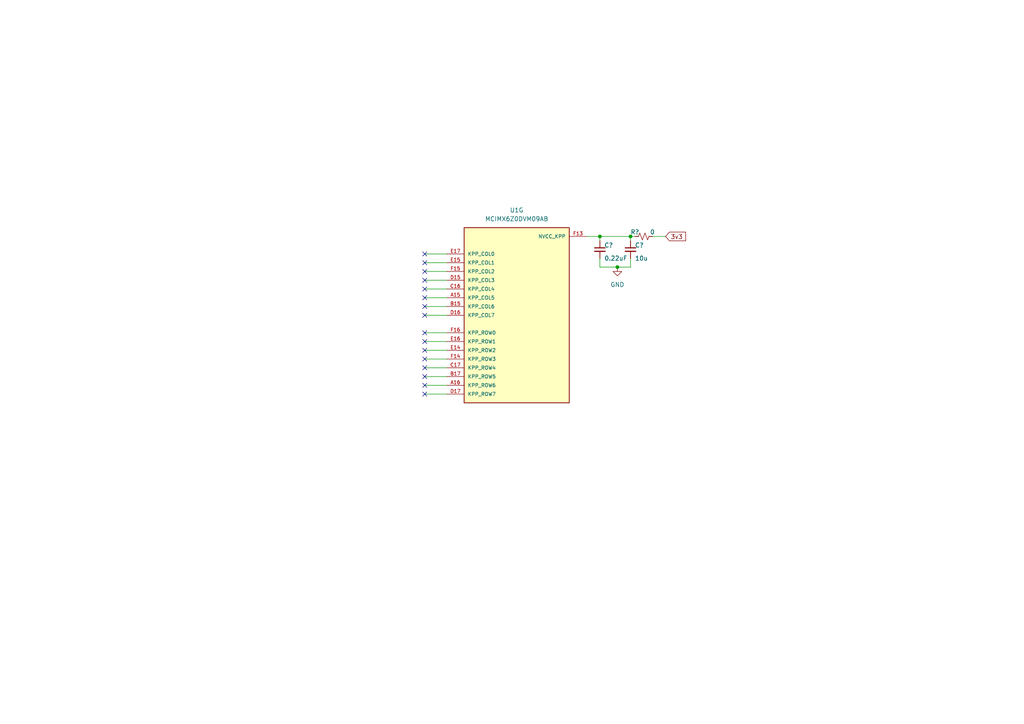
<source format=kicad_sch>
(kicad_sch (version 20211123) (generator eeschema)
  (paper "A4")
  (lib_symbols
    (symbol "Device:C_Small" (pin_numbers hide) (pin_names (offset 0.254) hide)
      (property "Reference" "C" (at 0.254 1.778 0))
      (property "Value" "C_Small" (at 0.254 -2.032 0))
      (symbol "C_Small_0_1"
        (polyline (pts (xy -1.524 -0.508) (xy 1.524 -0.508)) (stroke (width 0.3302)))
        (polyline (pts (xy -1.524 0.508) (xy 1.524 0.508)) (stroke (width 0.3048)))
      )
      (symbol "C_Small_1_1"
        (pin passive line (at 0 2.54 270) (length 2.032) (name "~") (number "1"))
        (pin passive line (at 0 -2.54 90) (length 2.032) (name "~") (number "2"))
      )
    )
    (symbol "Device:R_Small_US" (pin_numbers hide) (pin_names (offset 0.254) hide)
      (property "Reference" "R" (at 0.762 0.508 0))
      (property "Value" "R_Small_US" (at 0.762 -1.016 0))
      (symbol "R_Small_US_1_1"
        (polyline (pts (xy 0 0) (xy 1.016 -0.381) (xy 0 -0.762) (xy -1.016 -1.143) (xy 0 -1.524)))
        (polyline (pts (xy 0 1.524) (xy 1.016 1.143) (xy 0 0.762) (xy -1.016 0.381) (xy 0 0)))
        (pin passive line (at 0 2.54 270) (length 1.016) (name "~") (number "1"))
        (pin passive line (at 0 -2.54 90) (length 1.016) (name "~") (number "2"))
      )
    )
    (symbol "MCIMX6Z0DVM09AB:MCIMX6Z0DVM09AB" (pin_names (offset 1.016))
      (property "Reference" "U" (at -33.02 31.75 0))
      (property "Value" "MCIMX6Z0DVM09AB" (at -33.02 -31.75 0))
      (symbol "MCIMX6Z0DVM09AB_1_0"
        (rectangle (start -33.02 -30.48) (end 33.02 30.48) (stroke (width 0.254)) (fill (type background)))
        (pin input clock (at -38.1 -5.08 0) (length 5.08) (name "I2C2_SCL") (number "F17"))
        (pin bidirectional line (at -38.1 -7.62 0) (length 5.08) (name "I2C2_SDA") (number "G13"))
        (pin power_in line (at 38.1 -27.94 180) (length 5.08) (name "NGND_KEL0") (number "M12"))
        (pin input clock (at 38.1 -10.16 180) (length 5.08) (name "JTAG_TCK") (number "M14"))
        (pin input line (at 38.1 -20.32 180) (length 5.08) (name "JTAG_TRST_B") (number "N14"))
        (pin output line (at 38.1 -15.24 180) (length 5.08) (name "JTAG_TDO") (number "N15"))
        (pin input line (at 38.1 -12.7 180) (length 5.08) (name "JTAG_TDI") (number "N16"))
        (pin input line (at -38.1 17.78 0) (length 5.08) (name "TEST_MODE") (number "N7"))
        (pin power_in line (at 38.1 27.94 180) (length 5.08) (name "NVCC_PLL") (number "P13"))
        (pin input line (at 38.1 -17.78 180) (length 5.08) (name "JTAG_TMS") (number "P14"))
        (pin input line (at 38.1 -7.62 180) (length 5.08) (name "JTAG_MOD") (number "P15"))
        (pin input clock (at -38.1 5.08 0) (length 5.08) (name "CCM_CLK1_N") (number "P16"))
        (pin input clock (at -38.1 2.54 0) (length 5.08) (name "CCM_CLK1_P") (number "P17"))
        (pin input line (at -38.1 20.32 0) (length 5.08) (name "POR_B") (number "P8"))
        (pin bidirectional line (at 38.1 22.86 180) (length 5.08) (name "GPANIO") (number "R13"))
        (pin input line (at -38.1 22.86 0) (length 5.08) (name "ONOFF") (number "R8"))
        (pin input line (at -38.1 12.7 0) (length 5.08) (name "BOOT_MODE0") (number "T10"))
        (pin input line (at -38.1 -20.32 0) (length 5.08) (name "RTC_XTALI") (number "T11"))
        (pin power_in line (at 38.1 5.08 180) (length 5.08) (name "USB_OTG1_VBUS") (number "T12"))
        (pin bidirectional line (at 38.1 2.54 180) (length 5.08) (name "USB_OTG2_DN") (number "T13"))
        (pin bidirectional line (at 38.1 10.16 180) (length 5.08) (name "USB_OTG1_DN") (number "T15"))
        (pin input line (at -38.1 -12.7 0) (length 5.08) (name "XTALI") (number "T16"))
        (pin output line (at -38.1 -15.24 0) (length 5.08) (name "XTALO") (number "T17"))
        (pin output line (at 38.1 17.78 180) (length 5.08) (name "SNVS_PMIC_ON_REQ") (number "T9"))
        (pin input line (at -38.1 10.16 0) (length 5.08) (name "BOOT_MODE1") (number "U10"))
        (pin output line (at -38.1 -22.86 0) (length 5.08) (name "RTC_XTALO") (number "U11"))
        (pin power_in line (at 38.1 -2.54 180) (length 5.08) (name "USB_OTG2_VBUS") (number "U12"))
        (pin bidirectional line (at 38.1 0 180) (length 5.08) (name "USB_OTG2_DP") (number "U13"))
        (pin bidirectional line (at 38.1 7.62 180) (length 5.08) (name "USB_OTG1_DP") (number "U15"))
        (pin bidirectional line (at 38.1 12.7 180) (length 5.08) (name "USB_OTG1_CHD_B") (number "U16"))
        (pin output line (at -38.1 0 0) (length 5.08) (name "CCM_PMIC_STBY_REQ") (number "U9"))
      )
      (symbol "MCIMX6Z0DVM09AB_2_0"
        (rectangle (start -25.4 -48.26) (end 25.4 45.72) (stroke (width 0.254)) (fill (type background)))
        (pin output line (at 30.48 17.78 180) (length 5.08) (name "DRAM_ODT1") (number "F1"))
        (pin output line (at 30.48 -43.18 180) (length 5.08) (name "DRAM_ADDR14") (number "G1"))
        (pin output line (at 30.48 -22.86 180) (length 5.08) (name "DRAM_ADDR06") (number "G2"))
        (pin output line (at 30.48 12.7 180) (length 5.08) (name "DRAM_RESET") (number "G4"))
        (pin power_in line (at 30.48 40.64 180) (length 5.08) (name "NVCC_DRAM") (number "G6"))
        (pin output line (at 30.48 7.62 180) (length 5.08) (name "DRAM_SDBA1") (number "H1"))
        (pin output line (at 30.48 -10.16 180) (length 5.08) (name "DRAM_ADDR01") (number "H2"))
        (pin output line (at 30.48 -40.64 180) (length 5.08) (name "DRAM_ADDR13") (number "H3"))
        (pin output line (at 30.48 -25.4 180) (length 5.08) (name "DRAM_ADDR07") (number "H4"))
        (pin output line (at 30.48 27.94 180) (length 5.08) (name "DRAM_CS1_B") (number "H5"))
        (pin power_in line (at 30.48 40.64 180) (length 5.08) (name "NVCC_DRAM") (number "H6"))
        (pin output line (at 30.48 -2.54 180) (length 5.08) (name "DRAM_SDWE_B") (number "J1"))
        (pin output line (at 30.48 33.02 180) (length 5.08) (name "DRAM_CAS_B") (number "J2"))
        (pin output line (at 30.48 0 180) (length 5.08) (name "DRAM_SDCKE1") (number "J3"))
        (pin output line (at 30.48 -27.94 180) (length 5.08) (name "DRAM_ADDR08") (number "J4"))
        (pin power_in line (at 30.48 40.64 180) (length 5.08) (name "NVCC_DRAM") (number "J6"))
        (pin output line (at 30.48 -12.7 180) (length 5.08) (name "DRAM_ADDR02") (number "K1"))
        (pin output line (at 30.48 5.08 180) (length 5.08) (name "DRAM_SDBA2") (number "K2"))
        (pin output line (at 30.48 -35.56 180) (length 5.08) (name "DRAM_ADDR11") (number "K3"))
        (pin output line (at 30.48 -17.78 180) (length 5.08) (name "DRAM_ADDR04") (number "K4"))
        (pin output line (at 30.48 -45.72 180) (length 5.08) (name "DRAM_ADDR15") (number "K5"))
        (pin power_in line (at 30.48 40.64 180) (length 5.08) (name "NVCC_DRAM") (number "K6"))
        (pin output line (at 30.48 -20.32 180) (length 5.08) (name "DRAM_ADDR05") (number "L1"))
        (pin output line (at 30.48 -30.48 180) (length 5.08) (name "DRAM_ADDR09") (number "L2"))
        (pin output line (at 30.48 -38.1 180) (length 5.08) (name "DRAM_ADDR12") (number "L4"))
        (pin output line (at 30.48 -7.62 180) (length 5.08) (name "DRAM_ADDR00") (number "L5"))
        (pin power_in line (at 30.48 40.64 180) (length 5.08) (name "NVCC_DRAM") (number "L6"))
        (pin output line (at 30.48 10.16 180) (length 5.08) (name "DRAM_SDBA0") (number "M1"))
        (pin output line (at 30.48 -15.24 180) (length 5.08) (name "DRAM_ADDR03") (number "M2"))
        (pin output line (at 30.48 2.54 180) (length 5.08) (name "DRAM_SDCKE0") (number "M3"))
        (pin output line (at 30.48 -33.02 180) (length 5.08) (name "DRAM_ADDR10") (number "M4"))
        (pin output line (at 30.48 15.24 180) (length 5.08) (name "DRAM_RAS_B") (number "M5"))
        (pin power_in line (at 30.48 40.64 180) (length 5.08) (name "NVCC_DRAM") (number "M6"))
        (pin output line (at 30.48 20.32 180) (length 5.08) (name "DRAM_ODT0") (number "N1"))
        (pin output line (at 30.48 30.48 180) (length 5.08) (name "DRAM_CS0_B") (number "N2"))
        (pin input line (at -30.48 10.16 0) (length 5.08) (name "DRAM_ZQPAD") (number "N4"))
        (pin power_in line (at 30.48 38.1 180) (length 5.08) (name "NVCC_DRAM_2P5") (number "N6"))
        (pin input clock (at -30.48 30.48 0) (length 5.08) (name "DRAM_SDCLK0_P") (number "P1"))
        (pin input clock (at -30.48 33.02 0) (length 5.08) (name "DRAM_SDCLK0_N") (number "P2"))
        (pin input line (at -30.48 -40.64 0) (length 5.08) (name "DRAM_DATA13") (number "P3"))
        (pin power_in line (at 30.48 43.18 180) (length 5.08) (name "DRAM_VREF") (number "P4"))
        (pin input line (at -30.48 -38.1 0) (length 5.08) (name "DRAM_DATA12") (number "P5"))
        (pin input line (at -30.48 25.4 0) (length 5.08) (name "DRAM_SDQS0_P") (number "P6"))
        (pin input line (at -30.48 22.86 0) (length 5.08) (name "DRAM_SDQS0_N") (number "P7"))
        (pin input line (at -30.48 -45.72 0) (length 5.08) (name "DRAM_DATA15") (number "R1"))
        (pin input line (at -30.48 -43.18 0) (length 5.08) (name "DRAM_DATA14") (number "R2"))
        (pin input line (at -30.48 -35.56 0) (length 5.08) (name "DRAM_DATA11") (number "R4"))
        (pin input line (at -30.48 17.78 0) (length 5.08) (name "DRAM_SDQS1_P") (number "T1"))
        (pin input line (at -30.48 15.24 0) (length 5.08) (name "DRAM_SDQS1_N") (number "T2"))
        (pin output line (at 30.48 22.86 180) (length 5.08) (name "DRAM_DQM1") (number "T3"))
        (pin input line (at -30.48 -7.62 0) (length 5.08) (name "DRAM_DATA00") (number "T4"))
        (pin input line (at -30.48 -22.86 0) (length 5.08) (name "DRAM_DATA06") (number "T5"))
        (pin input line (at -30.48 -12.7 0) (length 5.08) (name "DRAM_DATA02") (number "T6"))
        (pin output line (at 30.48 25.4 180) (length 5.08) (name "DRAM_DQM0") (number "T7"))
        (pin input line (at -30.48 -20.32 0) (length 5.08) (name "DRAM_DATA05") (number "T8"))
        (pin input line (at -30.48 -27.94 0) (length 5.08) (name "DRAM_DATA08") (number "U2"))
        (pin input line (at -30.48 -30.48 0) (length 5.08) (name "DRAM_DATA09") (number "U3"))
        (pin input line (at -30.48 -25.4 0) (length 5.08) (name "DRAM_DATA07") (number "U4"))
        (pin input line (at -30.48 -33.02 0) (length 5.08) (name "DRAM_DATA10") (number "U5"))
        (pin input line (at -30.48 -10.16 0) (length 5.08) (name "DRAM_DATA01") (number "U6"))
        (pin input line (at -30.48 -15.24 0) (length 5.08) (name "DRAM_DATA03") (number "U7"))
        (pin input line (at -30.48 -17.78 0) (length 5.08) (name "DRAM_DATA04") (number "U8"))
      )
      (symbol "MCIMX6Z0DVM09AB_3_0"
        (rectangle (start -20.32 -55.88) (end 20.32 55.88) (stroke (width 0.254)) (fill (type background)))
        (pin bidirectional line (at -25.4 -10.16 0) (length 5.08) (name "GPIO3_IO11") (number "A10"))
        (pin bidirectional line (at -25.4 -17.78 0) (length 5.08) (name "GPIO3_IO14") (number "A11"))
        (pin bidirectional line (at -25.4 -30.48 0) (length 5.08) (name "GPIO3_IO19") (number "A12"))
        (pin bidirectional line (at -25.4 -40.64 0) (length 5.08) (name "GPIO3_IO23") (number "A13"))
        (pin bidirectional line (at -25.4 -50.8 0) (length 5.08) (name "GPIO3_IO27") (number "A14"))
        (pin bidirectional line (at -25.4 17.78 0) (length 5.08) (name "GPIO3_IO00") (number "A8"))
        (pin bidirectional line (at -25.4 2.54 0) (length 5.08) (name "GPIO3_IO06") (number "A9"))
        (pin bidirectional line (at -25.4 -7.62 0) (length 5.08) (name "GPIO3_IO10") (number "B10"))
        (pin bidirectional line (at -25.4 -15.24 0) (length 5.08) (name "GPIO3_IO13") (number "B11"))
        (pin bidirectional line (at -25.4 -27.94 0) (length 5.08) (name "GPIO3_IO18") (number "B12"))
        (pin bidirectional line (at -25.4 -38.1 0) (length 5.08) (name "GPIO3_IO22") (number "B13"))
        (pin bidirectional line (at -25.4 -48.26 0) (length 5.08) (name "GPIO3_IO26") (number "B14"))
        (pin bidirectional line (at -25.4 -53.34 0) (length 5.08) (name "GPIO3_IO28") (number "B16"))
        (pin bidirectional line (at -25.4 15.24 0) (length 5.08) (name "GPIO3_IO01") (number "B8"))
        (pin bidirectional line (at -25.4 5.08 0) (length 5.08) (name "GPIO3_IO05") (number "B9"))
        (pin bidirectional line (at -25.4 -5.08 0) (length 5.08) (name "GPIO3_IO09") (number "C10"))
        (pin bidirectional line (at -25.4 -25.4 0) (length 5.08) (name "GPIO3_IO17") (number "C12"))
        (pin bidirectional line (at -25.4 -35.56 0) (length 5.08) (name "GPIO3_IO21") (number "C13"))
        (pin bidirectional line (at -25.4 -45.72 0) (length 5.08) (name "GPIO3_IO25") (number "C14"))
        (pin bidirectional line (at -25.4 10.16 0) (length 5.08) (name "GPIO3_IO03") (number "C9"))
        (pin bidirectional line (at -25.4 -2.54 0) (length 5.08) (name "GPIO3_IO08") (number "D10"))
        (pin bidirectional line (at -25.4 -12.7 0) (length 5.08) (name "GPIO3_IO12") (number "D11"))
        (pin bidirectional line (at -25.4 -22.86 0) (length 5.08) (name "GPIO3_IO16") (number "D12"))
        (pin bidirectional line (at -25.4 -33.02 0) (length 5.08) (name "GPIO3_IO20") (number "D13"))
        (pin bidirectional line (at -25.4 -43.18 0) (length 5.08) (name "GPIO3_IO24") (number "D14"))
        (pin bidirectional line (at -25.4 12.7 0) (length 5.08) (name "GPIO3_IO02") (number "D9"))
        (pin bidirectional line (at -25.4 0 0) (length 5.08) (name "GPIO3_IO07") (number "E10"))
        (pin bidirectional line (at -25.4 -20.32 0) (length 5.08) (name "GPIO3_IO15") (number "E12"))
        (pin power_in line (at 25.4 50.8 180) (length 5.08) (name "NVCC_GPIO3") (number "E13"))
        (pin bidirectional line (at -25.4 7.62 0) (length 5.08) (name "GPIO3_IO04") (number "E9"))
        (pin power_in line (at 25.4 53.34 180) (length 5.08) (name "NVCC_GPIO") (number "J13"))
        (pin bidirectional line (at -25.4 45.72 0) (length 5.08) (name "GPIO1_IO00") (number "K13"))
        (pin bidirectional line (at -25.4 30.48 0) (length 5.08) (name "GPIO1_IO06") (number "K17"))
        (pin bidirectional line (at -25.4 40.64 0) (length 5.08) (name "GPIO1_IO02") (number "L14"))
        (pin bidirectional line (at -25.4 43.18 0) (length 5.08) (name "GPIO1_IO01") (number "L15"))
        (pin bidirectional line (at -25.4 27.94 0) (length 5.08) (name "GPIO1_IO07") (number "L16"))
        (pin bidirectional line (at -25.4 38.1 0) (length 5.08) (name "GPIO1_IO03") (number "L17"))
        (pin bidirectional line (at -25.4 22.86 0) (length 5.08) (name "GPIO1_IO09") (number "M15"))
        (pin bidirectional line (at -25.4 35.56 0) (length 5.08) (name "GPIO1_IO04") (number "M16"))
        (pin bidirectional line (at -25.4 33.02 0) (length 5.08) (name "GPIO1_IO05") (number "M17"))
        (pin bidirectional line (at 25.4 27.94 180) (length 5.08) (name "GPIO5_IO07") (number "N10"))
        (pin bidirectional line (at 25.4 30.48 180) (length 5.08) (name "GPIO5_IO06") (number "N11"))
        (pin bidirectional line (at -25.4 25.4 0) (length 5.08) (name "GPIO1_IO08") (number "N17"))
        (pin bidirectional line (at 25.4 33.02 180) (length 5.08) (name "GPIO5_IO05") (number "N8"))
        (pin bidirectional line (at 25.4 25.4 180) (length 5.08) (name "GPIO5_IO08") (number "N9"))
        (pin bidirectional line (at 25.4 38.1 180) (length 5.08) (name "GPIO5_IO03") (number "P10"))
        (pin bidirectional line (at 25.4 40.64 180) (length 5.08) (name "GPIO5_IO02") (number "P11"))
        (pin bidirectional line (at 25.4 35.56 180) (length 5.08) (name "GPIO5_IO04") (number "P9"))
        (pin bidirectional line (at 25.4 45.72 180) (length 5.08) (name "GPIO5_IO00") (number "R10"))
        (pin bidirectional line (at 25.4 22.86 180) (length 5.08) (name "GPIO5_IO09") (number "R6"))
        (pin bidirectional line (at 25.4 43.18 180) (length 5.08) (name "GPIO5_IO01") (number "R9"))
      )
      (symbol "MCIMX6Z0DVM09AB_4_0"
        (rectangle (start -25.4 -25.4) (end 25.4 25.4) (stroke (width 0.254)) (fill (type background)))
        (pin input line (at -30.48 -10.16 0) (length 5.08) (name "UART3_RTS_B") (number "G14"))
        (pin output line (at -30.48 -20.32 0) (length 5.08) (name "UART4_RX_DATA") (number "G16"))
        (pin input line (at -30.48 -22.86 0) (length 5.08) (name "UART4_TX_DATA") (number "G17"))
        (pin power_in line (at 30.48 22.86 180) (length 5.08) (name "NVCC_UART") (number "H13"))
        (pin input line (at -30.48 2.54 0) (length 5.08) (name "UART2_RTS_B") (number "H14"))
        (pin input line (at -30.48 -7.62 0) (length 5.08) (name "UART3_CTS_B") (number "H15"))
        (pin output line (at -30.48 -12.7 0) (length 5.08) (name "UART3_RX_DATA") (number "H16"))
        (pin input line (at -30.48 -15.24 0) (length 5.08) (name "UART3_TX_DATA") (number "H17"))
        (pin input line (at -30.48 15.24 0) (length 5.08) (name "UART1_RTS_B") (number "J14"))
        (pin input line (at -30.48 5.08 0) (length 5.08) (name "UART2_CTS_B") (number "J15"))
        (pin output line (at -30.48 0 0) (length 5.08) (name "UART2_RX_DATA") (number "J16"))
        (pin input line (at -30.48 -2.54 0) (length 5.08) (name "UART2_TX_DATA") (number "J17"))
        (pin input line (at -30.48 10.16 0) (length 5.08) (name "UART1_TX_DATA") (number "K14"))
        (pin input line (at -30.48 17.78 0) (length 5.08) (name "UART1_CTS_B") (number "K15"))
        (pin output line (at -30.48 12.7 0) (length 5.08) (name "UART1_RX_DATA") (number "K16"))
      )
      (symbol "MCIMX6Z0DVM09AB_5_0"
        (rectangle (start -22.86 -27.94) (end 22.86 25.4) (stroke (width 0.254)) (fill (type background)))
        (pin input line (at -27.94 2.54 0) (length 5.08) (name "NAND_READY_B") (number "A3"))
        (pin input line (at -27.94 10.16 0) (length 5.08) (name "NAND_CLE") (number "A4"))
        (pin bidirectional line (at -27.94 -25.4 0) (length 5.08) (name "NAND_DATA07") (number "A5"))
        (pin bidirectional line (at -27.94 -22.86 0) (length 5.08) (name "NAND_DATA06") (number "A6"))
        (pin bidirectional line (at -27.94 -12.7 0) (length 5.08) (name "NAND_DATA02") (number "A7"))
        (pin input line (at -27.94 17.78 0) (length 5.08) (name "NAND_ALE") (number "B4"))
        (pin input line (at -27.94 12.7 0) (length 5.08) (name "NAND_CE1_B") (number "B5"))
        (pin bidirectional line (at -27.94 -20.32 0) (length 5.08) (name "NAND_DATA05") (number "B6"))
        (pin bidirectional line (at -27.94 -10.16 0) (length 5.08) (name "NAND_DATA01") (number "B7"))
        (pin input line (at -27.94 15.24 0) (length 5.08) (name "NAND_CE0_B") (number "C5"))
        (pin bidirectional line (at -27.94 -17.78 0) (length 5.08) (name "NAND_DATA04") (number "C6"))
        (pin input line (at -27.94 0 0) (length 5.08) (name "NAND_WE_B") (number "C8"))
        (pin input line (at -27.94 -2.54 0) (length 5.08) (name "NAND_WP_B") (number "D5"))
        (pin bidirectional line (at -27.94 -15.24 0) (length 5.08) (name "NAND_DATA03") (number "D6"))
        (pin bidirectional line (at -27.94 -7.62 0) (length 5.08) (name "NAND_DATA00") (number "D7"))
        (pin input line (at -27.94 5.08 0) (length 5.08) (name "NAND_RE_B") (number "D8"))
        (pin input line (at -27.94 7.62 0) (length 5.08) (name "NAND_DQS") (number "E6"))
        (pin power_in line (at 27.94 22.86 180) (length 5.08) (name "NVCC_NAND") (number "E7"))
      )
      (symbol "MCIMX6Z0DVM09AB_6_0"
        (rectangle (start -17.78 -27.94) (end 17.78 30.48) (stroke (width 0.254)) (fill (type background)))
        (pin bidirectional line (at -22.86 7.62 0) (length 5.08) (name "SD1_DATA3") (number "A2"))
        (pin bidirectional line (at -22.86 10.16 0) (length 5.08) (name "SD1_DATA2") (number "B1"))
        (pin bidirectional line (at -22.86 12.7 0) (length 5.08) (name "SD1_DATA1") (number "B2"))
        (pin bidirectional line (at -22.86 15.24 0) (length 5.08) (name "SD1_DATA0") (number "B3"))
        (pin input clock (at -22.86 20.32 0) (length 5.08) (name "SD1_CLK") (number "C1"))
        (pin input line (at -22.86 17.78 0) (length 5.08) (name "SD1_CMD") (number "C2"))
        (pin power_in line (at 22.86 27.94 180) (length 5.08) (name "NVCC_SD1") (number "C4"))
        (pin bidirectional line (at -22.86 -25.4 0) (length 5.08) (name "SD2_DATA7") (number "D1"))
        (pin bidirectional line (at -22.86 -22.86 0) (length 5.08) (name "SD2_DATA6") (number "D2"))
        (pin bidirectional line (at -22.86 -20.32 0) (length 5.08) (name "SD2_DATA5") (number "D3"))
        (pin bidirectional line (at -22.86 -17.78 0) (length 5.08) (name "SD2_DATA4") (number "D4"))
        (pin bidirectional line (at -22.86 -15.24 0) (length 5.08) (name "SD2_DATA3") (number "E1"))
        (pin bidirectional line (at -22.86 -12.7 0) (length 5.08) (name "SD2_DATA2") (number "E2"))
        (pin bidirectional line (at -22.86 -10.16 0) (length 5.08) (name "SD2_DATA1") (number "E3"))
        (pin bidirectional line (at -22.86 -7.62 0) (length 5.08) (name "SD2_DATA0") (number "E4"))
        (pin input line (at -22.86 -5.08 0) (length 5.08) (name "SD2_WP") (number "E5"))
        (pin input clock (at -22.86 0 0) (length 5.08) (name "SD2_CLK") (number "F2"))
        (pin input line (at -22.86 -2.54 0) (length 5.08) (name "SD2_CMD") (number "F3"))
        (pin power_in line (at 22.86 25.4 180) (length 5.08) (name "NVCC_SD2") (number "F4"))
        (pin input line (at -22.86 2.54 0) (length 5.08) (name "SD2_CD_B") (number "F5"))
      )
      (symbol "MCIMX6Z0DVM09AB_7_0"
        (rectangle (start -15.24 -25.4) (end 15.24 25.4) (stroke (width 0.254)) (fill (type background)))
        (pin input line (at -20.32 5.08 0) (length 5.08) (name "KPP_COL5") (number "A15"))
        (pin input line (at -20.32 -20.32 0) (length 5.08) (name "KPP_ROW6") (number "A16"))
        (pin input line (at -20.32 2.54 0) (length 5.08) (name "KPP_COL6") (number "B15"))
        (pin input line (at -20.32 -17.78 0) (length 5.08) (name "KPP_ROW5") (number "B17"))
        (pin input line (at -20.32 7.62 0) (length 5.08) (name "KPP_COL4") (number "C16"))
        (pin input line (at -20.32 -15.24 0) (length 5.08) (name "KPP_ROW4") (number "C17"))
        (pin input line (at -20.32 10.16 0) (length 5.08) (name "KPP_COL3") (number "D15"))
        (pin input line (at -20.32 0 0) (length 5.08) (name "KPP_COL7") (number "D16"))
        (pin input line (at -20.32 -22.86 0) (length 5.08) (name "KPP_ROW7") (number "D17"))
        (pin input line (at -20.32 -10.16 0) (length 5.08) (name "KPP_ROW2") (number "E14"))
        (pin input line (at -20.32 15.24 0) (length 5.08) (name "KPP_COL1") (number "E15"))
        (pin input line (at -20.32 -7.62 0) (length 5.08) (name "KPP_ROW1") (number "E16"))
        (pin input line (at -20.32 17.78 0) (length 5.08) (name "KPP_COL0") (number "E17"))
        (pin power_in line (at 20.32 22.86 180) (length 5.08) (name "NVCC_KPP") (number "F13"))
        (pin input line (at -20.32 -12.7 0) (length 5.08) (name "KPP_ROW3") (number "F14"))
        (pin input line (at -20.32 12.7 0) (length 5.08) (name "KPP_COL2") (number "F15"))
        (pin input line (at -20.32 -5.08 0) (length 5.08) (name "KPP_ROW0") (number "F16"))
      )
      (symbol "MCIMX6Z0DVM09AB_8_0"
        (rectangle (start -12.7 -20.32) (end 12.7 17.78) (stroke (width 0.254)) (fill (type background)))
        (pin power_in line (at 17.78 -7.62 180) (length 5.08) (name "VSS") (number "A1"))
        (pin power_in line (at 17.78 -7.62 180) (length 5.08) (name "VSS") (number "A17"))
        (pin power_in line (at 17.78 -7.62 180) (length 5.08) (name "VSS") (number "C11"))
        (pin power_in line (at 17.78 -7.62 180) (length 5.08) (name "VSS") (number "C15"))
        (pin power_in line (at 17.78 -7.62 180) (length 5.08) (name "VSS") (number "C3"))
        (pin power_in line (at 17.78 -7.62 180) (length 5.08) (name "VSS") (number "C7"))
        (pin power_in line (at 17.78 -7.62 180) (length 5.08) (name "VSS") (number "E11"))
        (pin power_in line (at 17.78 -7.62 180) (length 5.08) (name "VSS") (number "E8"))
        (pin power_in line (at 17.78 -10.16 180) (length 5.08) (name "VSS_1") (number "F10"))
        (pin power_in line (at 17.78 -10.16 180) (length 5.08) (name "VSS_1") (number "F11"))
        (pin power_in line (at 17.78 -10.16 180) (length 5.08) (name "VSS_1") (number "F12"))
        (pin power_in line (at 17.78 -7.62 180) (length 5.08) (name "VSS") (number "F6"))
        (pin power_in line (at 17.78 -7.62 180) (length 5.08) (name "VSS") (number "F7"))
        (pin power_in line (at 17.78 -10.16 180) (length 5.08) (name "VSS_1") (number "F8"))
        (pin power_in line (at 17.78 -10.16 180) (length 5.08) (name "VSS_1") (number "F9"))
        (pin power_in line (at 17.78 15.24 180) (length 5.08) (name "VDD_ARM_CAP") (number "G10"))
        (pin power_in line (at 17.78 15.24 180) (length 5.08) (name "VDD_ARM_CAP") (number "G11"))
        (pin power_in line (at 17.78 -10.16 180) (length 5.08) (name "VSS_1") (number "G12"))
        (pin power_in line (at 17.78 -10.16 180) (length 5.08) (name "VSS_1") (number "G15"))
        (pin power_in line (at 17.78 -10.16 180) (length 5.08) (name "VSS_1") (number "G3"))
        (pin power_in line (at 17.78 -10.16 180) (length 5.08) (name "VSS_1") (number "G5"))
        (pin power_in line (at 17.78 -10.16 180) (length 5.08) (name "VSS_1") (number "G7"))
        (pin power_in line (at 17.78 2.54 180) (length 5.08) (name "VDD_SOC_CAP") (number "G8"))
        (pin power_in line (at 17.78 15.24 180) (length 5.08) (name "VDD_ARM_CAP") (number "G9"))
        (pin power_in line (at 17.78 0 180) (length 5.08) (name "VDD_SOC_IN") (number "H10"))
        (pin power_in line (at 17.78 15.24 180) (length 5.08) (name "VDD_ARM_CAP") (number "H11"))
        (pin power_in line (at 17.78 -12.7 180) (length 5.08) (name "VSS_2") (number "H12"))
        (pin power_in line (at 17.78 -12.7 180) (length 5.08) (name "VSS_2") (number "H7"))
        (pin power_in line (at 17.78 2.54 180) (length 5.08) (name "VDD_SOC_CAP") (number "H8"))
        (pin power_in line (at 17.78 0 180) (length 5.08) (name "VDD_SOC_IN") (number "H9"))
        (pin power_in line (at 17.78 0 180) (length 5.08) (name "VDD_SOC_IN") (number "J10"))
        (pin power_in line (at 17.78 2.54 180) (length 5.08) (name "VDD_SOC_CAP") (number "J11"))
        (pin power_in line (at 17.78 -12.7 180) (length 5.08) (name "VSS_2") (number "J12"))
        (pin power_in line (at 17.78 -12.7 180) (length 5.08) (name "VSS_2") (number "J5"))
        (pin power_in line (at 17.78 -12.7 180) (length 5.08) (name "VSS_2") (number "J7"))
        (pin power_in line (at 17.78 2.54 180) (length 5.08) (name "VDD_SOC_CAP") (number "J8"))
        (pin power_in line (at 17.78 0 180) (length 5.08) (name "VDD_SOC_IN") (number "J9"))
        (pin power_in line (at 17.78 0 180) (length 5.08) (name "VDD_SOC_IN") (number "K10"))
        (pin power_in line (at 17.78 2.54 180) (length 5.08) (name "VDD_SOC_CAP") (number "K11"))
        (pin power_in line (at 17.78 -12.7 180) (length 5.08) (name "VSS_2") (number "K12"))
        (pin power_in line (at 17.78 -12.7 180) (length 5.08) (name "VSS_2") (number "K7"))
        (pin power_in line (at 17.78 2.54 180) (length 5.08) (name "VDD_SOC_CAP") (number "K8"))
        (pin power_in line (at 17.78 0 180) (length 5.08) (name "VDD_SOC_IN") (number "K9"))
        (pin power_in line (at 17.78 2.54 180) (length 5.08) (name "VDD_SOC_CAP") (number "L10"))
        (pin power_in line (at 17.78 2.54 180) (length 5.08) (name "VDD_SOC_CAP") (number "L11"))
        (pin power_in line (at 17.78 -12.7 180) (length 5.08) (name "VSS_2") (number "L12"))
        (pin power_in line (at 17.78 10.16 180) (length 5.08) (name "VDD_HIGH_IN") (number "L13"))
        (pin power_in line (at 17.78 -12.7 180) (length 5.08) (name "VSS_2") (number "L3"))
        (pin power_in line (at 17.78 -12.7 180) (length 5.08) (name "VSS_2") (number "L7"))
        (pin power_in line (at 17.78 2.54 180) (length 5.08) (name "VDD_SOC_CAP") (number "L8"))
        (pin power_in line (at 17.78 2.54 180) (length 5.08) (name "VDD_SOC_CAP") (number "L9"))
        (pin power_in line (at 17.78 -15.24 180) (length 5.08) (name "VSS_3") (number "M10"))
        (pin power_in line (at 17.78 -15.24 180) (length 5.08) (name "VSS_3") (number "M11"))
        (pin power_in line (at 17.78 10.16 180) (length 5.08) (name "VDD_HIGH_IN") (number "M13"))
        (pin power_in line (at 17.78 -15.24 180) (length 5.08) (name "VSS_3") (number "M7"))
        (pin power_in line (at 17.78 -15.24 180) (length 5.08) (name "VSS_3") (number "M8"))
        (pin power_in line (at 17.78 -15.24 180) (length 5.08) (name "VSS_3") (number "M9"))
        (pin power_in line (at 17.78 7.62 180) (length 5.08) (name "VDD_SNVS_CAP") (number "N12"))
        (pin power_in line (at 17.78 10.16 180) (length 5.08) (name "VDD_HIGH_IN") (number "N13"))
        (pin power_in line (at 17.78 -15.24 180) (length 5.08) (name "VSS_3") (number "N3"))
        (pin power_in line (at 17.78 -15.24 180) (length 5.08) (name "VSS_3") (number "N5"))
        (pin power_in line (at 17.78 5.08 180) (length 5.08) (name "VDD_SNVS_IN") (number "P12"))
        (pin power_in line (at 17.78 -17.78 180) (length 5.08) (name "VSS_4") (number "R11"))
        (pin power_in line (at 17.78 -2.54 180) (length 5.08) (name "VDD_USB_CAP") (number "R12"))
        (pin power_in line (at 17.78 12.7 180) (length 5.08) (name "VDD_HIGH_CAP") (number "R14"))
        (pin power_in line (at 17.78 12.7 180) (length 5.08) (name "VDD_HIGH_CAP") (number "R15"))
        (pin power_in line (at 17.78 -17.78 180) (length 5.08) (name "VSS_4") (number "R16"))
        (pin power_in line (at 17.78 -17.78 180) (length 5.08) (name "VSS_4") (number "R17"))
        (pin power_in line (at 17.78 -15.24 180) (length 5.08) (name "VSS_3") (number "R3"))
        (pin power_in line (at 17.78 -15.24 180) (length 5.08) (name "VSS_3") (number "R5"))
        (pin power_in line (at 17.78 -15.24 180) (length 5.08) (name "VSS_3") (number "R7"))
        (pin power_in line (at 17.78 -17.78 180) (length 5.08) (name "VSS_4") (number "T14"))
        (pin power_in line (at 17.78 -17.78 180) (length 5.08) (name "VSS_4") (number "U1"))
        (pin power_in line (at 17.78 -17.78 180) (length 5.08) (name "VSS_4") (number "U14"))
        (pin power_in line (at 17.78 -17.78 180) (length 5.08) (name "VSS_4") (number "U17"))
      )
    )
    (symbol "power:GND" (power) (pin_names (offset 0))
      (property "Value" "GND" (at 0 -3.81 0))
      (symbol "GND_0_1"
        (polyline (pts (xy 0 0) (xy 0 -1.27) (xy 1.27 -1.27) (xy 0 -2.54) (xy -1.27 -1.27) (xy 0 -1.27)))
      )
      (symbol "GND_1_1"
        (pin power_in line (at 0 0 270) (length 0) hide (name "GND") (number "1"))
      )
    )
  )
  (junction (at 179.07 77.47))
  (junction (at 182.88 68.58))
  (junction (at 173.99 68.58))
  (no_connect (at 123.19 101.6))
  (no_connect (at 123.19 91.44))
  (no_connect (at 123.19 86.36))
  (no_connect (at 123.19 88.9))
  (no_connect (at 123.19 109.22))
  (no_connect (at 123.19 111.76))
  (no_connect (at 123.19 114.3))
  (no_connect (at 123.19 83.82))
  (no_connect (at 123.19 96.52))
  (no_connect (at 123.19 81.28))
  (no_connect (at 123.19 73.66))
  (no_connect (at 123.19 76.2))
  (no_connect (at 123.19 78.74))
  (no_connect (at 123.19 104.14))
  (no_connect (at 123.19 99.06))
  (no_connect (at 123.19 106.68))
  (wire (pts (xy 123.19 111.76) (xy 129.54 111.76)))
  (wire (pts (xy 123.19 88.9) (xy 129.54 88.9)))
  (wire (pts (xy 123.19 81.28) (xy 129.54 81.28)))
  (wire (pts (xy 173.99 74.93) (xy 173.99 77.47)))
  (wire (pts (xy 123.19 78.74) (xy 129.54 78.74)))
  (wire (pts (xy 123.19 73.66) (xy 129.54 73.66)))
  (wire (pts (xy 173.99 68.58) (xy 173.99 69.85)))
  (wire (pts (xy 170.18 68.58) (xy 173.99 68.58)))
  (wire (pts (xy 173.99 77.47) (xy 179.07 77.47)))
  (wire (pts (xy 179.07 77.47) (xy 182.88 77.47)))
  (wire (pts (xy 123.19 109.22) (xy 129.54 109.22)))
  (wire (pts (xy 182.88 74.93) (xy 182.88 77.47)))
  (wire (pts (xy 123.19 99.06) (xy 129.54 99.06)))
  (wire (pts (xy 123.19 114.3) (xy 129.54 114.3)))
  (wire (pts (xy 123.19 83.82) (xy 129.54 83.82)))
  (wire (pts (xy 123.19 96.52) (xy 129.54 96.52)))
  (wire (pts (xy 123.19 86.36) (xy 129.54 86.36)))
  (wire (pts (xy 189.23 68.58) (xy 193.04 68.58)))
  (wire (pts (xy 123.19 106.68) (xy 129.54 106.68)))
  (wire (pts (xy 123.19 104.14) (xy 129.54 104.14)))
  (wire (pts (xy 182.88 68.58) (xy 182.88 69.85)))
  (wire (pts (xy 123.19 91.44) (xy 129.54 91.44)))
  (wire (pts (xy 123.19 76.2) (xy 129.54 76.2)))
  (wire (pts (xy 123.19 101.6) (xy 129.54 101.6)))
  (wire (pts (xy 182.88 68.58) (xy 184.15 68.58)))
  (wire (pts (xy 173.99 68.58) (xy 182.88 68.58)))
  (global_label "3v3" (shape input) (at 193.04 68.58 0) (property "Intersheet References" "${INTERSHEET_REFS}" (effects hide)))
  (symbol (lib_id "MCIMX6Z0DVM09AB:MCIMX6Z0DVM09AB") (at 149.86 91.44 0) (unit 7)
    (property "Reference" "U1" (at 149.86 60.96 0))
    (property "Value" "MCIMX6Z0DVM09AB" (at 149.86 63.5 0))
    (property "Footprint" "mb_nxp_mcu_mpu:BGA289C80P17X17_1400X1400X132" (effects hide))
    (property "PARTREV" "0" (effects hide))
    (property "STANDARD" "IPC 7351B" (effects hide))
    (property "SNAPEDA_PN" "MCIMX6Z0DVM09AB" (effects hide))
    (property "MAXIMUM_PACKAGE_HEIGHT" "1.32mm" (effects hide))
    (property "MANUFACTURER" "NXP" (effects hide))
  )
  (symbol (lib_id "Device:C_Small") (at 182.88 72.39 0) (unit 1)
    (property "Reference" "C?" (at 184.15 71.12 0) (effects (justify left)))
    (property "Value" "10u" (at 184.15 74.93 0) (effects (justify left)))
  )
  (symbol (lib_id "Device:R_Small_US") (at 186.69 68.58 90) (unit 1)
    (property "Reference" "R?" (at 184.15 67.31 90))
    (property "Value" "0" (at 189.23 67.31 90))
  )
  (symbol (lib_id "Device:C_Small") (at 173.99 72.39 0) (unit 1)
    (property "Reference" "C?" (at 175.26 71.12 0) (effects (justify left)))
    (property "Value" "0.22uF" (at 175.26 74.93 0) (effects (justify left)))
  )
  (symbol (lib_id "power:GND") (at 179.07 77.47 0) (unit 1)
    (property "Reference" "#PWR?" (effects hide))
    (property "Value" "GND" (at 179.07 82.55 0))
  )
)
</source>
